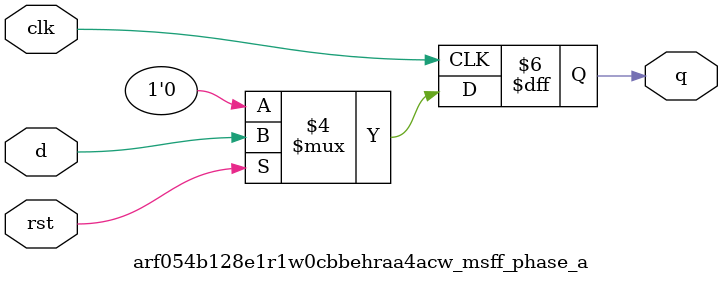
<source format=sv>
`ifndef ARF054B128E1R1W0CBBEHRAA4ACW_MSFF_PHASE_A_SV
`define ARF054B128E1R1W0CBBEHRAA4ACW_MSFF_PHASE_A_SV

module arf054b128e1r1w0cbbehraa4acw_msff_phase_a #
(
  parameter DWIDTH = 1
)
(
  input  logic [DWIDTH-1:0] d,
  input  logic clk,
  input  logic rst,
  output logic [DWIDTH-1:0] q
);

always_ff @ (posedge clk) begin
  if (~rst) begin
    q <= '0;
  end
  else begin
    q <= d;
  end
end

endmodule // arf054b128e1r1w0cbbehraa4acw_msff_phase_a

`endif // ARF054B128E1R1W0CBBEHRAA4ACW_MSFF_PHASE_A_SV
</source>
